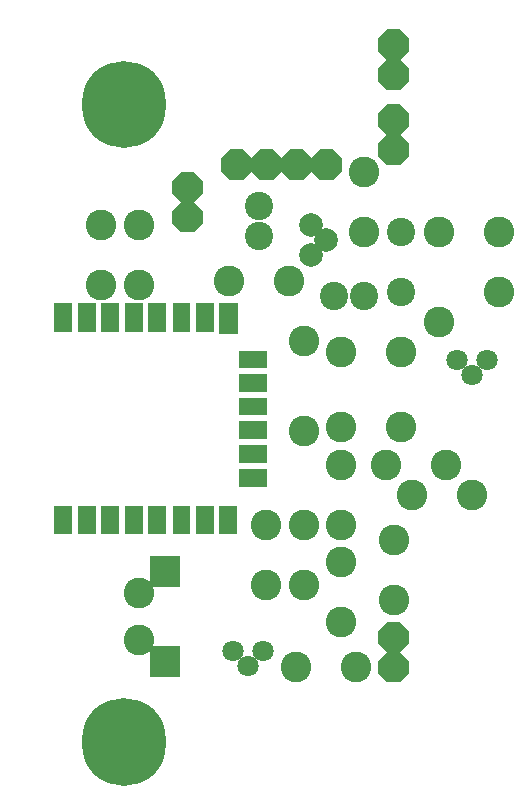
<source format=gbr>
%FSLAX34Y34*%
%MOMM*%
%LNSOLDERMASK_BOTTOM*%
G71*
G01*
%ADD10C, 7.10*%
%ADD11C, 2.60*%
%ADD12C, 2.60*%
%ADD13C, 2.40*%
%ADD14C, 2.40*%
%ADD15C, 2.60*%
%ADD16C, 2.60*%
%ADD17C, 1.80*%
%ADD18C, 2.00*%
%LPD*%
X165100Y368300D02*
G54D10*
D03*
X165100Y908050D02*
G54D10*
D03*
G36*
X262312Y699581D02*
X286312Y699581D01*
X286312Y684581D01*
X262312Y684581D01*
X262312Y699581D01*
G37*
G36*
X262312Y679738D02*
X286312Y679738D01*
X286312Y664738D01*
X262312Y664738D01*
X262312Y679738D01*
G37*
G36*
X262312Y659894D02*
X286312Y659894D01*
X286312Y644894D01*
X262312Y644894D01*
X262312Y659894D01*
G37*
G36*
X262312Y640050D02*
X286312Y640050D01*
X286312Y625050D01*
X262312Y625050D01*
X262312Y640050D01*
G37*
G36*
X262312Y619412D02*
X286312Y619412D01*
X286312Y604412D01*
X262312Y604412D01*
X262312Y619412D01*
G37*
G36*
X262312Y599569D02*
X286312Y599569D01*
X286312Y584569D01*
X262312Y584569D01*
X262312Y599569D01*
G37*
G36*
X106475Y739800D02*
X121475Y739800D01*
X121475Y715800D01*
X106475Y715800D01*
X106475Y739800D01*
G37*
G36*
X126319Y739800D02*
X141319Y739800D01*
X141319Y715800D01*
X126319Y715800D01*
X126319Y739800D01*
G37*
G36*
X146162Y739800D02*
X161162Y739800D01*
X161162Y715800D01*
X146162Y715800D01*
X146162Y739800D01*
G37*
G36*
X166006Y739800D02*
X181006Y739800D01*
X181006Y715800D01*
X166006Y715800D01*
X166006Y739800D01*
G37*
G36*
X185850Y739800D02*
X200850Y739800D01*
X200850Y715800D01*
X185850Y715800D01*
X185850Y739800D01*
G37*
G36*
X206488Y739800D02*
X221488Y739800D01*
X221488Y715800D01*
X206488Y715800D01*
X206488Y739800D01*
G37*
G36*
X226331Y739800D02*
X241331Y739800D01*
X241331Y715800D01*
X226331Y715800D01*
X226331Y739800D01*
G37*
G36*
X246175Y739800D02*
X261175Y739800D01*
X261175Y715800D01*
X246175Y715800D01*
X246175Y739800D01*
G37*
G36*
X246175Y568350D02*
X261175Y568350D01*
X261175Y544350D01*
X246175Y544350D01*
X246175Y568350D01*
G37*
G36*
X226331Y568350D02*
X241331Y568350D01*
X241331Y544350D01*
X226331Y544350D01*
X226331Y568350D01*
G37*
G36*
X206488Y568350D02*
X221488Y568350D01*
X221488Y544350D01*
X206488Y544350D01*
X206488Y568350D01*
G37*
G36*
X185850Y568350D02*
X200850Y568350D01*
X200850Y544350D01*
X185850Y544350D01*
X185850Y568350D01*
G37*
G36*
X166006Y568350D02*
X181006Y568350D01*
X181006Y544350D01*
X166006Y544350D01*
X166006Y568350D01*
G37*
G36*
X146162Y568350D02*
X161162Y568350D01*
X161162Y544350D01*
X146162Y544350D01*
X146162Y568350D01*
G37*
G36*
X126319Y568350D02*
X141319Y568350D01*
X141319Y544350D01*
X126319Y544350D01*
X126319Y568350D01*
G37*
G36*
X106475Y568350D02*
X121475Y568350D01*
X121475Y544350D01*
X106475Y544350D01*
X106475Y568350D01*
G37*
X165100Y908844D02*
G54D10*
D03*
X165100Y909638D02*
G54D10*
D03*
X165100Y907256D02*
G54D10*
D03*
X165100Y906462D02*
G54D10*
D03*
X165100Y369094D02*
G54D10*
D03*
X165100Y369888D02*
G54D10*
D03*
X165100Y367506D02*
G54D10*
D03*
X165100Y366712D02*
G54D10*
D03*
G36*
X187025Y525762D02*
X213025Y525762D01*
X213025Y499762D01*
X187025Y499762D01*
X187025Y525762D01*
G37*
G36*
X187025Y449562D02*
X213025Y449562D01*
X213025Y423562D01*
X187025Y423562D01*
X187025Y449562D01*
G37*
X177800Y454819D02*
G54D11*
D03*
X177800Y494506D02*
G54D11*
D03*
X431800Y724002D02*
G54D12*
D03*
X482600Y749402D02*
G54D12*
D03*
X482600Y800202D02*
G54D12*
D03*
X431800Y800202D02*
G54D12*
D03*
X400050Y800100D02*
G54D13*
D03*
X400050Y749300D02*
G54D13*
D03*
G36*
X247350Y862645D02*
X254955Y870250D01*
X265745Y870250D01*
X273350Y862645D01*
X273350Y851855D01*
X265745Y844250D01*
X254955Y844250D01*
X247350Y851855D01*
X247350Y862645D01*
G37*
G36*
X272750Y862645D02*
X280355Y870250D01*
X291145Y870250D01*
X298750Y862645D01*
X298750Y851855D01*
X291145Y844250D01*
X280355Y844250D01*
X272750Y851855D01*
X272750Y862645D01*
G37*
G36*
X298150Y862645D02*
X305755Y870250D01*
X316545Y870250D01*
X324150Y862645D01*
X324150Y851855D01*
X316545Y844250D01*
X305755Y844250D01*
X298150Y851855D01*
X298150Y862645D01*
G37*
G36*
X323550Y862645D02*
X331155Y870250D01*
X341945Y870250D01*
X349550Y862645D01*
X349550Y851855D01*
X341945Y844250D01*
X331155Y844250D01*
X323550Y851855D01*
X323550Y862645D01*
G37*
G36*
X206075Y843595D02*
X213680Y851200D01*
X224470Y851200D01*
X232075Y843595D01*
X232075Y832805D01*
X224470Y825200D01*
X213680Y825200D01*
X206075Y832805D01*
X206075Y843595D01*
G37*
G36*
X206075Y818195D02*
X213680Y825800D01*
X224470Y825800D01*
X232075Y818195D01*
X232075Y807405D01*
X224470Y799800D01*
X213680Y799800D01*
X206075Y807405D01*
X206075Y818195D01*
G37*
X279399Y822325D02*
G54D13*
D03*
X279399Y796925D02*
G54D13*
D03*
X279399Y822325D02*
G54D14*
D03*
X342900Y746125D02*
G54D13*
D03*
X368300Y746125D02*
G54D13*
D03*
X342900Y746125D02*
G54D14*
D03*
X368300Y850900D02*
G54D15*
D03*
X368300Y800100D02*
G54D15*
D03*
X368300Y850900D02*
G54D14*
D03*
G36*
X246000Y740070D02*
X262000Y740070D01*
X262000Y714070D01*
X246000Y714070D01*
X246000Y740070D01*
G37*
X317500Y631825D02*
G54D16*
D03*
X317500Y708025D02*
G54D16*
D03*
X317500Y631820D02*
G54D15*
D03*
X177800Y454820D02*
G54D15*
D03*
X349250Y635000D02*
G54D15*
D03*
X400050Y635000D02*
G54D15*
D03*
X349250Y698500D02*
G54D15*
D03*
X400050Y698500D02*
G54D15*
D03*
X400050Y698500D02*
G54D15*
D03*
X400050Y635000D02*
G54D15*
D03*
G36*
X399095Y470200D02*
X406700Y462595D01*
X406700Y451805D01*
X399095Y444200D01*
X388305Y444200D01*
X380700Y451805D01*
X380700Y462595D01*
X388305Y470200D01*
X399095Y470200D01*
G37*
G36*
X399095Y444800D02*
X406700Y437195D01*
X406700Y426405D01*
X399095Y418800D01*
X388305Y418800D01*
X380700Y426405D01*
X380700Y437195D01*
X388305Y444800D01*
X399095Y444800D01*
G37*
X473075Y692150D02*
G54D17*
D03*
X460375Y679450D02*
G54D17*
D03*
X447675Y692150D02*
G54D17*
D03*
X473075Y692150D02*
G54D17*
D03*
G36*
X399095Y908350D02*
X406700Y900745D01*
X406700Y889955D01*
X399095Y882350D01*
X388305Y882350D01*
X380700Y889955D01*
X380700Y900745D01*
X388305Y908350D01*
X399095Y908350D01*
G37*
G36*
X399095Y882950D02*
X406700Y875345D01*
X406700Y864555D01*
X399095Y856950D01*
X388305Y856950D01*
X380700Y864555D01*
X380700Y875345D01*
X388305Y882950D01*
X399095Y882950D01*
G37*
G36*
X399095Y971850D02*
X406700Y964245D01*
X406700Y953455D01*
X399095Y945850D01*
X388305Y945850D01*
X380700Y953455D01*
X380700Y964245D01*
X388305Y971850D01*
X399095Y971850D01*
G37*
G36*
X399095Y946450D02*
X406700Y938845D01*
X406700Y928055D01*
X399095Y920450D01*
X388305Y920450D01*
X380700Y928055D01*
X380700Y938845D01*
X388305Y946450D01*
X399095Y946450D01*
G37*
X323850Y806450D02*
G54D18*
D03*
X336550Y793750D02*
G54D18*
D03*
X323850Y781050D02*
G54D18*
D03*
X323850Y806450D02*
G54D18*
D03*
X304800Y758825D02*
G54D12*
D03*
X349250Y520700D02*
G54D12*
D03*
X349250Y469900D02*
G54D12*
D03*
X460375Y577850D02*
G54D12*
D03*
X409575Y577850D02*
G54D12*
D03*
X283256Y444953D02*
G54D17*
D03*
X270556Y432253D02*
G54D17*
D03*
X257856Y444953D02*
G54D17*
D03*
X283256Y444953D02*
G54D17*
D03*
X311150Y431800D02*
G54D12*
D03*
X361950Y431800D02*
G54D12*
D03*
X254000Y758825D02*
G54D12*
D03*
X304800Y758825D02*
G54D12*
D03*
X146050Y806450D02*
G54D12*
D03*
X146050Y755650D02*
G54D12*
D03*
X177800Y806450D02*
G54D12*
D03*
X177800Y755650D02*
G54D12*
D03*
X349250Y603250D02*
G54D12*
D03*
X349250Y552450D02*
G54D12*
D03*
X285750Y552450D02*
G54D12*
D03*
X285750Y501650D02*
G54D12*
D03*
X317500Y552450D02*
G54D12*
D03*
X317500Y501650D02*
G54D12*
D03*
X393700Y539750D02*
G54D12*
D03*
X393700Y488950D02*
G54D12*
D03*
X393700Y539750D02*
G54D12*
D03*
X438150Y603250D02*
G54D15*
D03*
X387350Y603250D02*
G54D15*
D03*
X438150Y603250D02*
G54D14*
D03*
M02*

</source>
